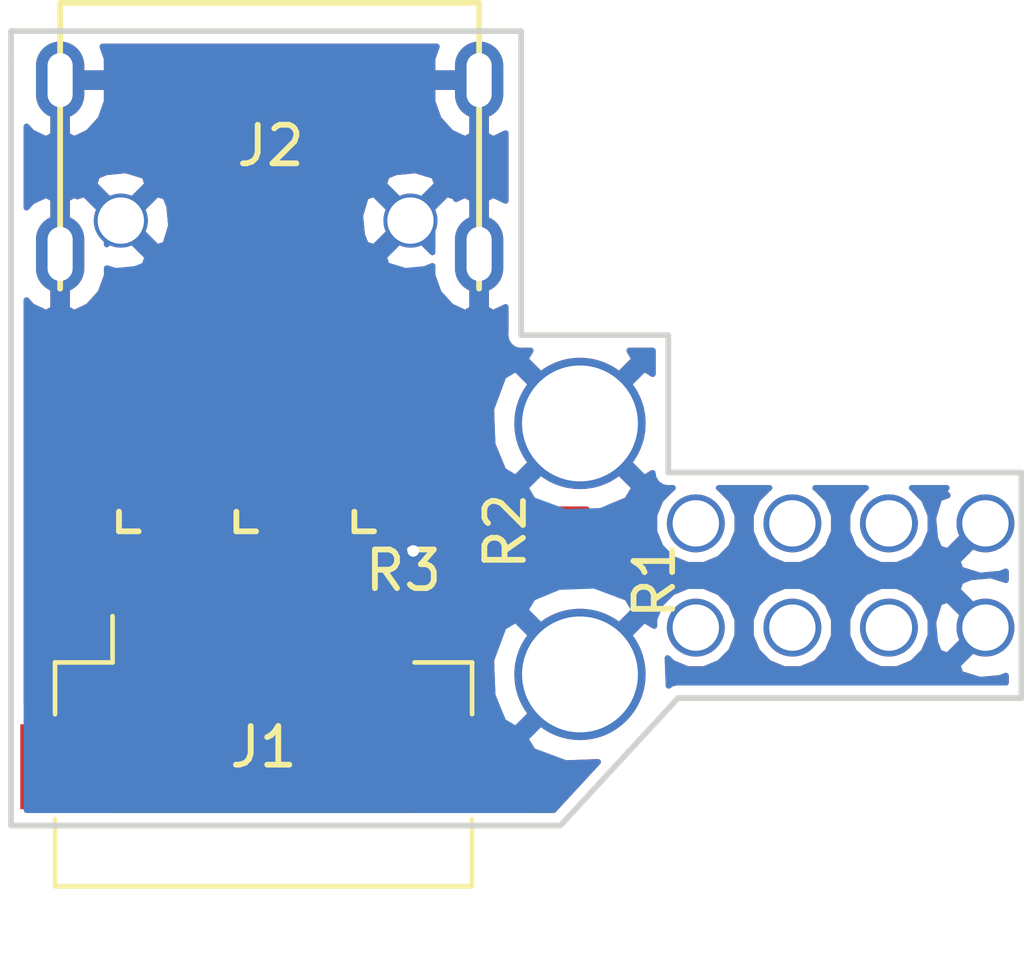
<source format=kicad_pcb>
(kicad_pcb (version 20171130) (host pcbnew "(5.0.1)-4")

  (general
    (thickness 1.6)
    (drawings 11)
    (tracks 158)
    (zones 0)
    (modules 9)
    (nets 25)
  )

  (page A4)
  (layers
    (0 F.Cu signal)
    (31 B.Cu signal hide)
    (32 B.Adhes user)
    (33 F.Adhes user hide)
    (34 B.Paste user)
    (35 F.Paste user)
    (36 B.SilkS user)
    (37 F.SilkS user)
    (38 B.Mask user)
    (39 F.Mask user)
    (40 Dwgs.User user)
    (41 Cmts.User user)
    (42 Eco1.User user)
    (43 Eco2.User user)
    (44 Edge.Cuts user)
    (45 Margin user)
    (46 B.CrtYd user)
    (47 F.CrtYd user)
    (48 B.Fab user)
    (49 F.Fab user)
  )

  (setup
    (last_trace_width 0.25)
    (trace_clearance 0.2)
    (zone_clearance 0.25)
    (zone_45_only no)
    (trace_min 0.15)
    (segment_width 0.2)
    (edge_width 0.15)
    (via_size 0.8)
    (via_drill 0.4)
    (via_min_size 0.4)
    (via_min_drill 0.3)
    (uvia_size 0.3)
    (uvia_drill 0.1)
    (uvias_allowed no)
    (uvia_min_size 0.2)
    (uvia_min_drill 0.1)
    (pcb_text_width 0.3)
    (pcb_text_size 1.5 1.5)
    (mod_edge_width 0.15)
    (mod_text_size 1 1)
    (mod_text_width 0.15)
    (pad_size 1.524 1.524)
    (pad_drill 0.762)
    (pad_to_mask_clearance 0.051)
    (solder_mask_min_width 0.25)
    (aux_axis_origin 0 0)
    (visible_elements 7FFFFFFF)
    (pcbplotparams
      (layerselection 0x010fc_ffffffff)
      (usegerberextensions true)
      (usegerberattributes false)
      (usegerberadvancedattributes false)
      (creategerberjobfile false)
      (excludeedgelayer true)
      (linewidth 0.100000)
      (plotframeref false)
      (viasonmask false)
      (mode 1)
      (useauxorigin false)
      (hpglpennumber 1)
      (hpglpenspeed 20)
      (hpglpendiameter 15.000000)
      (psnegative false)
      (psa4output false)
      (plotreference true)
      (plotvalue true)
      (plotinvisibletext false)
      (padsonsilk false)
      (subtractmaskfromsilk false)
      (outputformat 1)
      (mirror false)
      (drillshape 0)
      (scaleselection 1)
      (outputdirectory "../../gerber/hdmi/"))
  )

  (net 0 "")
  (net 1 GND)
  (net 2 TMDS_DATA2_+)
  (net 3 TMDS_DATA2_-)
  (net 4 TMDS_DATA1_+)
  (net 5 TMDS_DATA1_-)
  (net 6 TMDS_DATA0_+)
  (net 7 TMDS_DATA0_-)
  (net 8 TMDS_CLOCK_+)
  (net 9 TMDS_CLOCK_-)
  (net 10 +5V)
  (net 11 SDA)
  (net 12 "Net-(J2-Pad17)")
  (net 13 "Net-(J2-Pad19)")
  (net 14 "Net-(J2-Pad14)")
  (net 15 SCL)
  (net 16 "Net-(J3-Pad4)")
  (net 17 "Net-(J3-Pad6)")
  (net 18 "Net-(J3-Pad5)")
  (net 19 "Net-(J3-Pad3)")
  (net 20 "Net-(U3-Pad5)")
  (net 21 "Net-(U3-Pad6)")
  (net 22 "Net-(J3-Pad2)")
  (net 23 "Net-(J3-Pad1)")
  (net 24 POWER_EDID)

  (net_class Default "Dies ist die voreingestellte Netzklasse."
    (clearance 0.2)
    (trace_width 0.25)
    (via_dia 0.8)
    (via_drill 0.4)
    (uvia_dia 0.3)
    (uvia_drill 0.1)
    (add_net +5V)
    (add_net GND)
  )

  (net_class Small ""
    (clearance 0.2)
    (trace_width 0.15)
    (via_dia 0.6)
    (via_drill 0.3)
    (uvia_dia 0.3)
    (uvia_drill 0.1)
    (add_net "Net-(J2-Pad14)")
    (add_net "Net-(J2-Pad17)")
    (add_net "Net-(J2-Pad19)")
    (add_net "Net-(J3-Pad1)")
    (add_net "Net-(J3-Pad2)")
    (add_net "Net-(J3-Pad3)")
    (add_net "Net-(J3-Pad4)")
    (add_net "Net-(J3-Pad5)")
    (add_net "Net-(J3-Pad6)")
    (add_net "Net-(U3-Pad5)")
    (add_net "Net-(U3-Pad6)")
    (add_net POWER_EDID)
    (add_net SCL)
    (add_net SDA)
    (add_net TMDS_CLOCK_+)
    (add_net TMDS_CLOCK_-)
    (add_net TMDS_DATA0_+)
    (add_net TMDS_DATA0_-)
    (add_net TMDS_DATA1_+)
    (add_net TMDS_DATA1_-)
    (add_net TMDS_DATA2_+)
    (add_net TMDS_DATA2_-)
  )

  (module Connector_FFC-FPC:Hirose_FH12-15S-0.5SH_1x15-1MP_P0.50mm_Horizontal (layer F.Cu) (tedit 5AEE0F8A) (tstamp 5C80B0D0)
    (at 135.062 70.228)
    (descr "Molex FH12, FFC/FPC connector, FH12-15S-0.5SH, 15 Pins per row (https://www.hirose.com/product/en/products/FH12/FH12-24S-0.5SH(55)/), generated with kicad-footprint-generator")
    (tags "connector Hirose  top entry")
    (path /5C317D67)
    (attr smd)
    (fp_text reference J1 (at 0 0.892) (layer F.SilkS)
      (effects (font (size 1 1) (thickness 0.15)))
    )
    (fp_text value HDMI_FFC (at 0 5.6) (layer F.Fab)
      (effects (font (size 1 1) (thickness 0.15)))
    )
    (fp_text user %R (at 0 3.7) (layer F.Fab)
      (effects (font (size 1 1) (thickness 0.15)))
    )
    (fp_line (start 6.8 -3) (end -6.8 -3) (layer F.CrtYd) (width 0.05))
    (fp_line (start 6.8 4.9) (end 6.8 -3) (layer F.CrtYd) (width 0.05))
    (fp_line (start -6.8 4.9) (end 6.8 4.9) (layer F.CrtYd) (width 0.05))
    (fp_line (start -6.8 -3) (end -6.8 4.9) (layer F.CrtYd) (width 0.05))
    (fp_line (start -3.5 -0.492893) (end -3 -1.2) (layer F.Fab) (width 0.1))
    (fp_line (start -4 -1.2) (end -3.5 -0.492893) (layer F.Fab) (width 0.1))
    (fp_line (start -3.91 -1.3) (end -3.91 -2.5) (layer F.SilkS) (width 0.12))
    (fp_line (start 5.4 4.5) (end 5.4 2.76) (layer F.SilkS) (width 0.12))
    (fp_line (start -5.4 4.5) (end 5.4 4.5) (layer F.SilkS) (width 0.12))
    (fp_line (start -5.4 2.76) (end -5.4 4.5) (layer F.SilkS) (width 0.12))
    (fp_line (start 5.4 -1.3) (end 5.4 0.04) (layer F.SilkS) (width 0.12))
    (fp_line (start 3.91 -1.3) (end 5.4 -1.3) (layer F.SilkS) (width 0.12))
    (fp_line (start -5.4 -1.3) (end -5.4 0.04) (layer F.SilkS) (width 0.12))
    (fp_line (start -3.91 -1.3) (end -5.4 -1.3) (layer F.SilkS) (width 0.12))
    (fp_line (start 5.2 4.4) (end 0 4.4) (layer F.Fab) (width 0.1))
    (fp_line (start 5.2 3.7) (end 5.2 4.4) (layer F.Fab) (width 0.1))
    (fp_line (start 4.7 3.7) (end 5.2 3.7) (layer F.Fab) (width 0.1))
    (fp_line (start 4.7 3.4) (end 4.7 3.7) (layer F.Fab) (width 0.1))
    (fp_line (start 5.3 3.4) (end 4.7 3.4) (layer F.Fab) (width 0.1))
    (fp_line (start 5.3 -1.2) (end 5.3 3.4) (layer F.Fab) (width 0.1))
    (fp_line (start 0 -1.2) (end 5.3 -1.2) (layer F.Fab) (width 0.1))
    (fp_line (start -5.2 4.4) (end 0 4.4) (layer F.Fab) (width 0.1))
    (fp_line (start -5.2 3.7) (end -5.2 4.4) (layer F.Fab) (width 0.1))
    (fp_line (start -4.7 3.7) (end -5.2 3.7) (layer F.Fab) (width 0.1))
    (fp_line (start -4.7 3.4) (end -4.7 3.7) (layer F.Fab) (width 0.1))
    (fp_line (start -5.3 3.4) (end -4.7 3.4) (layer F.Fab) (width 0.1))
    (fp_line (start -5.3 -1.2) (end -5.3 3.4) (layer F.Fab) (width 0.1))
    (fp_line (start 0 -1.2) (end -5.3 -1.2) (layer F.Fab) (width 0.1))
    (pad 15 smd rect (at 3.5 -1.85) (size 0.3 1.3) (layers F.Cu F.Paste F.Mask)
      (net 1 GND))
    (pad 14 smd rect (at 3 -1.85) (size 0.3 1.3) (layers F.Cu F.Paste F.Mask)
      (net 10 +5V))
    (pad 13 smd rect (at 2.5 -1.85) (size 0.3 1.3) (layers F.Cu F.Paste F.Mask)
      (net 1 GND))
    (pad 12 smd rect (at 2 -1.85) (size 0.3 1.3) (layers F.Cu F.Paste F.Mask)
      (net 9 TMDS_CLOCK_-))
    (pad 11 smd rect (at 1.5 -1.85) (size 0.3 1.3) (layers F.Cu F.Paste F.Mask)
      (net 8 TMDS_CLOCK_+))
    (pad 10 smd rect (at 1 -1.85) (size 0.3 1.3) (layers F.Cu F.Paste F.Mask)
      (net 1 GND))
    (pad 9 smd rect (at 0.5 -1.85) (size 0.3 1.3) (layers F.Cu F.Paste F.Mask)
      (net 7 TMDS_DATA0_-))
    (pad 8 smd rect (at 0 -1.85) (size 0.3 1.3) (layers F.Cu F.Paste F.Mask)
      (net 6 TMDS_DATA0_+))
    (pad 7 smd rect (at -0.5 -1.85) (size 0.3 1.3) (layers F.Cu F.Paste F.Mask)
      (net 1 GND))
    (pad 6 smd rect (at -1 -1.85) (size 0.3 1.3) (layers F.Cu F.Paste F.Mask)
      (net 5 TMDS_DATA1_-))
    (pad 5 smd rect (at -1.5 -1.85) (size 0.3 1.3) (layers F.Cu F.Paste F.Mask)
      (net 4 TMDS_DATA1_+))
    (pad 4 smd rect (at -2 -1.85) (size 0.3 1.3) (layers F.Cu F.Paste F.Mask)
      (net 1 GND))
    (pad 3 smd rect (at -2.5 -1.85) (size 0.3 1.3) (layers F.Cu F.Paste F.Mask)
      (net 3 TMDS_DATA2_-))
    (pad 2 smd rect (at -3 -1.85) (size 0.3 1.3) (layers F.Cu F.Paste F.Mask)
      (net 2 TMDS_DATA2_+))
    (pad 1 smd rect (at -3.5 -1.85) (size 0.3 1.3) (layers F.Cu F.Paste F.Mask)
      (net 1 GND))
    (pad MP smd rect (at -5.4 1.4) (size 1.8 2.2) (layers F.Cu F.Paste F.Mask)
      (net 1 GND))
    (pad MP smd rect (at 5.4 1.4) (size 1.8 2.2) (layers F.Cu F.Paste F.Mask)
      (net 1 GND))
    (model ${KISYS3DMOD}/Connector_FFC-FPC.3dshapes/Hirose_FH12-15S-0.5SH_1x15-1MP_P0.50mm_Horizontal.wrl
      (at (xyz 0 0 0))
      (scale (xyz 1 1 1))
      (rotate (xyz 0 0 0))
    )
  )

  (module "wiihdmi_pcb:HDMI Type C" (layer F.Cu) (tedit 5C4D6AD5) (tstamp 5C4D77A4)
    (at 135.244 55.548 180)
    (path /5C27CDB9)
    (fp_text reference J2 (at 0 0 180) (layer F.SilkS)
      (effects (font (size 1 1) (thickness 0.15)))
    )
    (fp_text value HDMI_C_1.3 (at 0 -6.5 180) (layer F.Fab)
      (effects (font (size 1 1) (thickness 0.15)))
    )
    (fp_line (start -5.4 3.7) (end 5.45 3.7) (layer F.SilkS) (width 0.15))
    (fp_line (start -5.4 3.7) (end -5.4 -3.7) (layer F.SilkS) (width 0.15))
    (fp_line (start 5.45 3.7) (end 5.45 -3.7) (layer F.SilkS) (width 0.15))
    (pad 16 smd rect (at -2.375 -3.994 180) (size 0.23 1.4) (layers F.Cu F.Paste F.Mask)
      (net 11 SDA))
    (pad 17 smd rect (at -2.775 -3.994 180) (size 0.23 1.4) (layers F.Cu F.Paste F.Mask)
      (net 12 "Net-(J2-Pad17)"))
    (pad 18 smd rect (at -3.175 -3.994 180) (size 0.23 1.4) (layers F.Cu F.Paste F.Mask)
      (net 24 POWER_EDID))
    (pad 19 smd rect (at -3.575 -3.994 180) (size 0.23 1.4) (layers F.Cu F.Paste F.Mask)
      (net 13 "Net-(J2-Pad19)"))
    (pad SH thru_hole circle (at 3.878 -1.938 180) (size 1.4 1.4) (drill 1.2) (layers *.Cu *.Mask)
      (net 1 GND))
    (pad SH thru_hole circle (at -3.622 -1.938 180) (size 1.4 1.4) (drill 1.2) (layers *.Cu *.Mask)
      (net 1 GND))
    (pad SH thru_hole oval (at 5.45 1.7 180) (size 1.25 2) (drill oval 0.65 1.4) (layers *.Cu *.Mask)
      (net 1 GND))
    (pad SH thru_hole oval (at -5.4 1.7 180) (size 1.25 2) (drill oval 0.65 1.4) (layers *.Cu *.Mask)
      (net 1 GND))
    (pad SH thru_hole oval (at 5.45 -2.8 180) (size 1.25 2) (drill oval 0.65 1.4) (layers *.Cu *.Mask)
      (net 1 GND))
    (pad SH thru_hole oval (at -5.4 -2.8 180) (size 1.25 2) (drill oval 0.65 1.4) (layers *.Cu *.Mask)
      (net 1 GND))
    (pad 12 smd rect (at -0.775 -3.994 180) (size 0.23 1.4) (layers F.Cu F.Paste F.Mask)
      (net 9 TMDS_CLOCK_-))
    (pad 14 smd rect (at -1.575 -3.994 180) (size 0.23 1.4) (layers F.Cu F.Paste F.Mask)
      (net 14 "Net-(J2-Pad14)"))
    (pad 15 smd rect (at -1.975 -3.994 180) (size 0.23 1.4) (layers F.Cu F.Paste F.Mask)
      (net 15 SCL))
    (pad 13 smd rect (at -1.175 -3.994 180) (size 0.23 1.4) (layers F.Cu F.Paste F.Mask)
      (net 1 GND))
    (pad 6 smd rect (at 1.625 -3.994 180) (size 0.23 1.4) (layers F.Cu F.Paste F.Mask)
      (net 5 TMDS_DATA1_-))
    (pad 4 smd rect (at 2.425 -3.994 180) (size 0.23 1.4) (layers F.Cu F.Paste F.Mask)
      (net 1 GND))
    (pad 9 smd rect (at 0.425 -3.994 180) (size 0.23 1.4) (layers F.Cu F.Paste F.Mask)
      (net 7 TMDS_DATA0_-))
    (pad 10 smd rect (at 0.025 -3.994 180) (size 0.23 1.4) (layers F.Cu F.Paste F.Mask)
      (net 1 GND))
    (pad 11 smd rect (at -0.375 -3.994 180) (size 0.23 1.4) (layers F.Cu F.Paste F.Mask)
      (net 8 TMDS_CLOCK_+))
    (pad 5 smd rect (at 2.025 -3.994 180) (size 0.23 1.4) (layers F.Cu F.Paste F.Mask)
      (net 4 TMDS_DATA1_+))
    (pad 8 smd rect (at 0.825 -3.994 180) (size 0.23 1.4) (layers F.Cu F.Paste F.Mask)
      (net 6 TMDS_DATA0_+))
    (pad 7 smd rect (at 1.225 -3.994 180) (size 0.23 1.4) (layers F.Cu F.Paste F.Mask)
      (net 1 GND))
    (pad 2 smd rect (at 3.225 -3.994 180) (size 0.23 1.4) (layers F.Cu F.Paste F.Mask)
      (net 2 TMDS_DATA2_+))
    (pad 3 smd rect (at 2.825 -3.994 180) (size 0.23 1.4) (layers F.Cu F.Paste F.Mask)
      (net 3 TMDS_DATA2_-))
    (pad 1 smd rect (at 3.625 -3.994 180) (size 0.23 1.4) (layers F.Cu F.Paste F.Mask)
      (net 1 GND))
  )

  (module "wiihdmi_pcb:Wii USB Port" (layer F.Cu) (tedit 5C4D6993) (tstamp 5C80B022)
    (at 148.844 66.802)
    (path /5C2920DD)
    (fp_text reference J3 (at 0 -8.128) (layer F.SilkS) hide
      (effects (font (size 1 1) (thickness 0.15)))
    )
    (fp_text value "Wii USB Pins" (at 0 6.35) (layer F.Fab) hide
      (effects (font (size 1 1) (thickness 0.15)))
    )
    (pad 3 thru_hole circle (at -0.088 -1.476) (size 1.5 1.5) (drill 1.2) (layers *.Cu *.Mask)
      (net 19 "Net-(J3-Pad3)"))
    (pad 7 thru_hole circle (at 4.912 -1.476) (size 1.5 1.5) (drill 1.2) (layers *.Cu *.Mask)
      (net 1 GND))
    (pad 5 thru_hole circle (at 2.412 -1.476) (size 1.5 1.5) (drill 1.2) (layers *.Cu *.Mask)
      (net 18 "Net-(J3-Pad5)"))
    (pad 1 thru_hole circle (at -2.588 -1.476) (size 1.5 1.5) (drill 1.2) (layers *.Cu *.Mask)
      (net 23 "Net-(J3-Pad1)"))
    (pad 8 thru_hole circle (at 4.912 1.224) (size 1.5 1.5) (drill 1.2) (layers *.Cu *.Mask)
      (net 1 GND))
    (pad 6 thru_hole circle (at 2.412 1.224) (size 1.5 1.5) (drill 1.2) (layers *.Cu *.Mask)
      (net 17 "Net-(J3-Pad6)"))
    (pad 4 thru_hole circle (at -0.088 1.224) (size 1.5 1.5) (drill 1.2) (layers *.Cu *.Mask)
      (net 16 "Net-(J3-Pad4)"))
    (pad 2 thru_hole circle (at -2.588 1.224) (size 1.5 1.5) (drill 1.2) (layers *.Cu *.Mask)
      (net 22 "Net-(J3-Pad2)"))
    (pad 10 thru_hole circle (at -5.588 2.436) (size 3.4 3.4) (drill 3) (layers *.Cu *.Mask)
      (net 1 GND))
    (pad 9 thru_hole circle (at -5.588 -4.064) (size 3.4 3.4) (drill 3) (layers *.Cu *.Mask)
      (net 1 GND))
  )

  (module "wiihdmi_pcb:TPD4S010 DQA" (layer F.Cu) (tedit 5C2883BD) (tstamp 5C5C31FE)
    (at 132.588 64.77)
    (path /5C27F12A)
    (fp_text reference U1 (at 0 -5.08) (layer F.SilkS) hide
      (effects (font (size 1 1) (thickness 0.15)))
    )
    (fp_text value TPD4S010 (at 0 6.35) (layer F.Fab)
      (effects (font (size 1 1) (thickness 0.15)))
    )
    (fp_line (start -1.27 0.254) (end -1.27 0.762) (layer F.SilkS) (width 0.15))
    (fp_line (start -1.27 0.762) (end -0.762 0.762) (layer F.SilkS) (width 0.15))
    (pad 2 smd rect (at -0.5 0.385) (size 0.3 0.55) (layers F.Cu F.Paste F.Mask)
      (net 3 TMDS_DATA2_-))
    (pad 1 smd rect (at -1 0.385) (size 0.3 0.55) (layers F.Cu F.Paste F.Mask)
      (net 2 TMDS_DATA2_+))
    (pad 10 smd rect (at -1 -0.385) (size 0.3 0.55) (layers F.Cu F.Paste F.Mask)
      (net 2 TMDS_DATA2_+))
    (pad 9 smd rect (at -0.5 -0.385) (size 0.3 0.55) (layers F.Cu F.Paste F.Mask)
      (net 3 TMDS_DATA2_-))
    (pad 4 smd rect (at 0.5 0.385) (size 0.3 0.55) (layers F.Cu F.Paste F.Mask)
      (net 4 TMDS_DATA1_+))
    (pad 5 smd rect (at 1 0.385) (size 0.3 0.55) (layers F.Cu F.Paste F.Mask)
      (net 5 TMDS_DATA1_-))
    (pad 6 smd rect (at 1 -0.385) (size 0.3 0.55) (layers F.Cu F.Paste F.Mask)
      (net 5 TMDS_DATA1_-))
    (pad 7 smd rect (at 0.5 -0.385) (size 0.3 0.55) (layers F.Cu F.Paste F.Mask)
      (net 4 TMDS_DATA1_+))
    (pad 8 smd rect (at 0 -0.385) (size 0.4 0.55) (layers F.Cu F.Paste F.Mask)
      (net 1 GND))
    (pad 3 smd rect (at 0 0.385) (size 0.4 0.55) (layers F.Cu F.Paste F.Mask)
      (net 1 GND))
  )

  (module "wiihdmi_pcb:TPD4S010 DQA" (layer F.Cu) (tedit 5C2883BD) (tstamp 5C5C320E)
    (at 135.628 64.77)
    (path /5C27F1FA)
    (fp_text reference U2 (at 0 -5.08) (layer F.SilkS) hide
      (effects (font (size 1 1) (thickness 0.15)))
    )
    (fp_text value TPD4S010 (at 0 6.35) (layer F.Fab)
      (effects (font (size 1 1) (thickness 0.15)))
    )
    (fp_line (start -1.27 0.254) (end -1.27 0.762) (layer F.SilkS) (width 0.15))
    (fp_line (start -1.27 0.762) (end -0.762 0.762) (layer F.SilkS) (width 0.15))
    (pad 2 smd rect (at -0.5 0.385) (size 0.3 0.55) (layers F.Cu F.Paste F.Mask)
      (net 7 TMDS_DATA0_-))
    (pad 1 smd rect (at -1 0.385) (size 0.3 0.55) (layers F.Cu F.Paste F.Mask)
      (net 6 TMDS_DATA0_+))
    (pad 10 smd rect (at -1 -0.385) (size 0.3 0.55) (layers F.Cu F.Paste F.Mask)
      (net 6 TMDS_DATA0_+))
    (pad 9 smd rect (at -0.5 -0.385) (size 0.3 0.55) (layers F.Cu F.Paste F.Mask)
      (net 7 TMDS_DATA0_-))
    (pad 4 smd rect (at 0.5 0.385) (size 0.3 0.55) (layers F.Cu F.Paste F.Mask)
      (net 8 TMDS_CLOCK_+))
    (pad 5 smd rect (at 1 0.385) (size 0.3 0.55) (layers F.Cu F.Paste F.Mask)
      (net 9 TMDS_CLOCK_-))
    (pad 6 smd rect (at 1 -0.385) (size 0.3 0.55) (layers F.Cu F.Paste F.Mask)
      (net 9 TMDS_CLOCK_-))
    (pad 7 smd rect (at 0.5 -0.385) (size 0.3 0.55) (layers F.Cu F.Paste F.Mask)
      (net 8 TMDS_CLOCK_+))
    (pad 8 smd rect (at 0 -0.385) (size 0.4 0.55) (layers F.Cu F.Paste F.Mask)
      (net 1 GND))
    (pad 3 smd rect (at 0 0.385) (size 0.4 0.55) (layers F.Cu F.Paste F.Mask)
      (net 1 GND))
  )

  (module "wiihdmi_pcb:TPD4S010 DQA" (layer F.Cu) (tedit 5C2883BD) (tstamp 5C5E9618)
    (at 138.684 64.77)
    (path /5C27F228)
    (fp_text reference U3 (at 0 -5.08) (layer F.SilkS) hide
      (effects (font (size 1 1) (thickness 0.15)))
    )
    (fp_text value TPD4S010 (at 0 6.35) (layer F.Fab)
      (effects (font (size 1 1) (thickness 0.15)))
    )
    (fp_line (start -1.27 0.254) (end -1.27 0.762) (layer F.SilkS) (width 0.15))
    (fp_line (start -1.27 0.762) (end -0.762 0.762) (layer F.SilkS) (width 0.15))
    (pad 2 smd rect (at -0.5 0.385) (size 0.3 0.55) (layers F.Cu F.Paste F.Mask)
      (net 11 SDA))
    (pad 1 smd rect (at -1 0.385) (size 0.3 0.55) (layers F.Cu F.Paste F.Mask)
      (net 15 SCL))
    (pad 10 smd rect (at -1 -0.385) (size 0.3 0.55) (layers F.Cu F.Paste F.Mask)
      (net 15 SCL))
    (pad 9 smd rect (at -0.5 -0.385) (size 0.3 0.55) (layers F.Cu F.Paste F.Mask)
      (net 11 SDA))
    (pad 4 smd rect (at 0.5 0.385) (size 0.3 0.55) (layers F.Cu F.Paste F.Mask)
      (net 24 POWER_EDID))
    (pad 5 smd rect (at 1 0.385) (size 0.3 0.55) (layers F.Cu F.Paste F.Mask)
      (net 20 "Net-(U3-Pad5)"))
    (pad 6 smd rect (at 1 -0.385) (size 0.3 0.55) (layers F.Cu F.Paste F.Mask)
      (net 21 "Net-(U3-Pad6)"))
    (pad 7 smd rect (at 0.5 -0.385) (size 0.3 0.55) (layers F.Cu F.Paste F.Mask)
      (net 24 POWER_EDID))
    (pad 8 smd rect (at 0 -0.385) (size 0.4 0.55) (layers F.Cu F.Paste F.Mask)
      (net 1 GND))
    (pad 3 smd rect (at 0 0.385) (size 0.4 0.55) (layers F.Cu F.Paste F.Mask)
      (net 1 GND))
  )

  (module Resistor_SMD:R_0402_1005Metric (layer F.Cu) (tedit 5B301BBD) (tstamp 5C6B994B)
    (at 144.018 66.04 270)
    (descr "Resistor SMD 0402 (1005 Metric), square (rectangular) end terminal, IPC_7351 nominal, (Body size source: http://www.tortai-tech.com/upload/download/2011102023233369053.pdf), generated with kicad-footprint-generator")
    (tags resistor)
    (path /5C27C92A)
    (attr smd)
    (fp_text reference R1 (at 0.762 -1.17 270) (layer F.SilkS)
      (effects (font (size 1 1) (thickness 0.15)))
    )
    (fp_text value 180 (at 0 1.17 270) (layer F.Fab)
      (effects (font (size 1 1) (thickness 0.15)))
    )
    (fp_text user %R (at 0 0 270) (layer F.Fab)
      (effects (font (size 0.25 0.25) (thickness 0.04)))
    )
    (fp_line (start 0.93 0.47) (end -0.93 0.47) (layer F.CrtYd) (width 0.05))
    (fp_line (start 0.93 -0.47) (end 0.93 0.47) (layer F.CrtYd) (width 0.05))
    (fp_line (start -0.93 -0.47) (end 0.93 -0.47) (layer F.CrtYd) (width 0.05))
    (fp_line (start -0.93 0.47) (end -0.93 -0.47) (layer F.CrtYd) (width 0.05))
    (fp_line (start 0.5 0.25) (end -0.5 0.25) (layer F.Fab) (width 0.1))
    (fp_line (start 0.5 -0.25) (end 0.5 0.25) (layer F.Fab) (width 0.1))
    (fp_line (start -0.5 -0.25) (end 0.5 -0.25) (layer F.Fab) (width 0.1))
    (fp_line (start -0.5 0.25) (end -0.5 -0.25) (layer F.Fab) (width 0.1))
    (pad 2 smd roundrect (at 0.485 0 270) (size 0.59 0.64) (layers F.Cu F.Paste F.Mask) (roundrect_rratio 0.25)
      (net 10 +5V))
    (pad 1 smd roundrect (at -0.485 0 270) (size 0.59 0.64) (layers F.Cu F.Paste F.Mask) (roundrect_rratio 0.25)
      (net 24 POWER_EDID))
    (model ${KISYS3DMOD}/Resistor_SMD.3dshapes/R_0402_1005Metric.wrl
      (at (xyz 0 0 0))
      (scale (xyz 1 1 1))
      (rotate (xyz 0 0 0))
    )
  )

  (module Resistor_SMD:R_0402_1005Metric (layer F.Cu) (tedit 5B301BBD) (tstamp 5C6B9959)
    (at 142.494 66.017 90)
    (descr "Resistor SMD 0402 (1005 Metric), square (rectangular) end terminal, IPC_7351 nominal, (Body size source: http://www.tortai-tech.com/upload/download/2011102023233369053.pdf), generated with kicad-footprint-generator")
    (tags resistor)
    (path /5C27CA20)
    (attr smd)
    (fp_text reference R2 (at 0.485 -1.17 90) (layer F.SilkS)
      (effects (font (size 1 1) (thickness 0.15)))
    )
    (fp_text value 10K (at 0 1.17 90) (layer F.Fab)
      (effects (font (size 1 1) (thickness 0.15)))
    )
    (fp_text user %R (at 0 0 90) (layer F.Fab)
      (effects (font (size 0.25 0.25) (thickness 0.04)))
    )
    (fp_line (start 0.93 0.47) (end -0.93 0.47) (layer F.CrtYd) (width 0.05))
    (fp_line (start 0.93 -0.47) (end 0.93 0.47) (layer F.CrtYd) (width 0.05))
    (fp_line (start -0.93 -0.47) (end 0.93 -0.47) (layer F.CrtYd) (width 0.05))
    (fp_line (start -0.93 0.47) (end -0.93 -0.47) (layer F.CrtYd) (width 0.05))
    (fp_line (start 0.5 0.25) (end -0.5 0.25) (layer F.Fab) (width 0.1))
    (fp_line (start 0.5 -0.25) (end 0.5 0.25) (layer F.Fab) (width 0.1))
    (fp_line (start -0.5 -0.25) (end 0.5 -0.25) (layer F.Fab) (width 0.1))
    (fp_line (start -0.5 0.25) (end -0.5 -0.25) (layer F.Fab) (width 0.1))
    (pad 2 smd roundrect (at 0.485 0 90) (size 0.59 0.64) (layers F.Cu F.Paste F.Mask) (roundrect_rratio 0.25)
      (net 11 SDA))
    (pad 1 smd roundrect (at -0.485 0 90) (size 0.59 0.64) (layers F.Cu F.Paste F.Mask) (roundrect_rratio 0.25)
      (net 10 +5V))
    (model ${KISYS3DMOD}/Resistor_SMD.3dshapes/R_0402_1005Metric.wrl
      (at (xyz 0 0 0))
      (scale (xyz 1 1 1))
      (rotate (xyz 0 0 0))
    )
  )

  (module Resistor_SMD:R_0402_1005Metric (layer F.Cu) (tedit 5B301BBD) (tstamp 5C6B9967)
    (at 140.693 67.056)
    (descr "Resistor SMD 0402 (1005 Metric), square (rectangular) end terminal, IPC_7351 nominal, (Body size source: http://www.tortai-tech.com/upload/download/2011102023233369053.pdf), generated with kicad-footprint-generator")
    (tags resistor)
    (path /5C27C9C8)
    (attr smd)
    (fp_text reference R3 (at -2.009 -0.508) (layer F.SilkS)
      (effects (font (size 1 1) (thickness 0.15)))
    )
    (fp_text value 10K (at 0 1.17) (layer F.Fab)
      (effects (font (size 1 1) (thickness 0.15)))
    )
    (fp_text user %R (at 0 0) (layer F.Fab)
      (effects (font (size 0.25 0.25) (thickness 0.04)))
    )
    (fp_line (start 0.93 0.47) (end -0.93 0.47) (layer F.CrtYd) (width 0.05))
    (fp_line (start 0.93 -0.47) (end 0.93 0.47) (layer F.CrtYd) (width 0.05))
    (fp_line (start -0.93 -0.47) (end 0.93 -0.47) (layer F.CrtYd) (width 0.05))
    (fp_line (start -0.93 0.47) (end -0.93 -0.47) (layer F.CrtYd) (width 0.05))
    (fp_line (start 0.5 0.25) (end -0.5 0.25) (layer F.Fab) (width 0.1))
    (fp_line (start 0.5 -0.25) (end 0.5 0.25) (layer F.Fab) (width 0.1))
    (fp_line (start -0.5 -0.25) (end 0.5 -0.25) (layer F.Fab) (width 0.1))
    (fp_line (start -0.5 0.25) (end -0.5 -0.25) (layer F.Fab) (width 0.1))
    (pad 2 smd roundrect (at 0.485 0) (size 0.59 0.64) (layers F.Cu F.Paste F.Mask) (roundrect_rratio 0.25)
      (net 10 +5V))
    (pad 1 smd roundrect (at -0.485 0) (size 0.59 0.64) (layers F.Cu F.Paste F.Mask) (roundrect_rratio 0.25)
      (net 15 SCL))
    (model ${KISYS3DMOD}/Resistor_SMD.3dshapes/R_0402_1005Metric.wrl
      (at (xyz 0 0 0))
      (scale (xyz 1 1 1))
      (rotate (xyz 0 0 0))
    )
  )

  (gr_line (start 128.524 52.578) (end 141.732 52.578) (layer Edge.Cuts) (width 0.15))
  (gr_line (start 128.524 53.34) (end 128.524 52.578) (layer Edge.Cuts) (width 0.15))
  (gr_line (start 128.524 73.152) (end 142.748 73.152) (layer Edge.Cuts) (width 0.15))
  (gr_line (start 128.524 73.152) (end 128.524 53.34) (layer Edge.Cuts) (width 0.15))
  (gr_line (start 145.796 69.85) (end 142.748 73.152) (layer Edge.Cuts) (width 0.15))
  (gr_line (start 154.686 69.85) (end 145.796 69.85) (layer Edge.Cuts) (width 0.15))
  (gr_line (start 154.686 64.008) (end 154.686 69.85) (layer Edge.Cuts) (width 0.15))
  (gr_line (start 145.542 64.008) (end 154.686 64.008) (layer Edge.Cuts) (width 0.15))
  (gr_line (start 145.542 60.452) (end 145.542 64.008) (layer Edge.Cuts) (width 0.15))
  (gr_line (start 141.732 60.452) (end 145.542 60.452) (layer Edge.Cuts) (width 0.15))
  (gr_line (start 141.732 52.578) (end 141.732 60.452) (layer Edge.Cuts) (width 0.15))

  (segment (start 135.628 64.385) (end 135.628 65.155) (width 0.15) (layer F.Cu) (net 1))
  (segment (start 132.588 64.385) (end 132.588 65.155) (width 0.15) (layer F.Cu) (net 1))
  (segment (start 138.684 64.385) (end 138.684 65.155) (width 0.15) (layer F.Cu) (net 1))
  (segment (start 132.588 65.585012) (end 133.096 66.093012) (width 0.15) (layer F.Cu) (net 1))
  (segment (start 132.588 65.155) (end 132.588 65.585012) (width 0.15) (layer F.Cu) (net 1))
  (segment (start 132.588 63.96) (end 132.588 64.385) (width 0.15) (layer F.Cu) (net 1))
  (segment (start 132.588 63.954988) (end 132.588 63.96) (width 0.15) (layer F.Cu) (net 1))
  (segment (start 132.819 63.723988) (end 132.588 63.954988) (width 0.15) (layer F.Cu) (net 1))
  (segment (start 132.819 60.282) (end 132.819 63.723988) (width 0.15) (layer F.Cu) (net 1))
  (segment (start 132.819 60.282) (end 132.819 58.951) (width 0.15) (layer F.Cu) (net 1))
  (segment (start 134.019 60.282) (end 134.019 59.089) (width 0.15) (layer F.Cu) (net 1))
  (segment (start 135.219 60.282) (end 135.219 59.019) (width 0.15) (layer F.Cu) (net 1))
  (segment (start 136.419 60.282) (end 136.419 58.949) (width 0.15) (layer F.Cu) (net 1))
  (segment (start 135.219 61.032) (end 135.219 60.282) (width 0.15) (layer F.Cu) (net 1))
  (segment (start 135.219 63.500986) (end 135.219 61.032) (width 0.15) (layer F.Cu) (net 1))
  (segment (start 135.628 63.909986) (end 135.219 63.500986) (width 0.15) (layer F.Cu) (net 1))
  (segment (start 135.628 64.385) (end 135.628 63.909986) (width 0.15) (layer F.Cu) (net 1))
  (segment (start 134.019 60.282) (end 134.019 65.216012) (width 0.15) (layer F.Cu) (net 1))
  (segment (start 134.019 65.521024) (end 134.62 66.122024) (width 0.15) (layer F.Cu) (net 1))
  (segment (start 134.019 65.216012) (end 134.019 65.521024) (width 0.15) (layer F.Cu) (net 1))
  (segment (start 135.628 65.590024) (end 136.144 66.106024) (width 0.15) (layer F.Cu) (net 1))
  (segment (start 135.628 65.155) (end 135.628 65.590024) (width 0.15) (layer F.Cu) (net 1))
  (segment (start 136.419 63.216022) (end 137.16 63.957022) (width 0.15) (layer F.Cu) (net 1))
  (segment (start 136.419 60.282) (end 136.419 63.216022) (width 0.15) (layer F.Cu) (net 1))
  (segment (start 137.16 63.957022) (end 137.16 65.278) (width 0.15) (layer F.Cu) (net 1))
  (segment (start 137.562 67.293002) (end 137.262018 66.99302) (width 0.15) (layer F.Cu) (net 1))
  (segment (start 137.562 68.378) (end 137.562 67.293002) (width 0.15) (layer F.Cu) (net 1))
  (segment (start 137.262018 66.99302) (end 137.262018 66.637006) (width 0.15) (layer F.Cu) (net 1))
  (segment (start 137.16 65.622024) (end 137.262018 65.724042) (width 0.15) (layer F.Cu) (net 1))
  (segment (start 137.16 65.278) (end 137.16 65.622024) (width 0.15) (layer F.Cu) (net 1))
  (segment (start 137.262018 65.724042) (end 137.262018 66.802) (width 0.15) (layer F.Cu) (net 1))
  (via (at 138.938 66.04) (size 0.6) (drill 0.3) (layers F.Cu B.Cu) (net 1))
  (segment (start 138.684 65.786) (end 138.684 65.155) (width 0.25) (layer F.Cu) (net 1))
  (segment (start 138.938 66.04) (end 138.684 65.786) (width 0.25) (layer F.Cu) (net 1))
  (segment (start 132.819 59.542) (end 132.819 58.189) (width 0.15) (layer F.Cu) (net 1))
  (segment (start 134.019 59.542) (end 134.019 58.259) (width 0.15) (layer F.Cu) (net 1))
  (segment (start 135.219 59.542) (end 135.219 58.329) (width 0.15) (layer F.Cu) (net 1))
  (segment (start 136.419 59.542) (end 136.419 58.399) (width 0.15) (layer F.Cu) (net 1))
  (segment (start 132.019 61.032) (end 132.019 60.282) (width 0.15) (layer F.Cu) (net 2))
  (segment (start 132.019 63.529) (end 132.019 61.032) (width 0.15) (layer F.Cu) (net 2))
  (segment (start 131.588 63.96) (end 132.019 63.529) (width 0.15) (layer F.Cu) (net 2))
  (segment (start 131.588 64.385) (end 131.588 63.96) (width 0.15) (layer F.Cu) (net 2))
  (segment (start 132.062 67.578) (end 132.062 68.378) (width 0.15) (layer F.Cu) (net 2))
  (segment (start 132.062 66.054) (end 132.062 67.578) (width 0.15) (layer F.Cu) (net 2))
  (segment (start 131.588 65.58) (end 132.062 66.054) (width 0.15) (layer F.Cu) (net 2))
  (segment (start 131.588 65.155) (end 131.588 65.58) (width 0.15) (layer F.Cu) (net 2))
  (segment (start 131.588 64.385) (end 131.588 65.155) (width 0.15) (layer F.Cu) (net 2))
  (segment (start 132.419 61.032) (end 132.419 60.282) (width 0.15) (layer F.Cu) (net 3))
  (segment (start 132.419 63.629) (end 132.419 61.032) (width 0.15) (layer F.Cu) (net 3))
  (segment (start 132.088 63.96) (end 132.419 63.629) (width 0.15) (layer F.Cu) (net 3))
  (segment (start 132.088 64.385) (end 132.088 63.96) (width 0.15) (layer F.Cu) (net 3))
  (segment (start 132.562 67.578) (end 132.562 68.378) (width 0.15) (layer F.Cu) (net 3))
  (segment (start 132.562 66.054) (end 132.562 67.578) (width 0.15) (layer F.Cu) (net 3))
  (segment (start 132.088 65.58) (end 132.562 66.054) (width 0.15) (layer F.Cu) (net 3))
  (segment (start 132.088 65.155) (end 132.088 65.58) (width 0.15) (layer F.Cu) (net 3))
  (segment (start 132.088 64.385) (end 132.088 65.155) (width 0.15) (layer F.Cu) (net 3))
  (segment (start 133.219 61.032) (end 133.219 60.282) (width 0.15) (layer F.Cu) (net 4))
  (segment (start 133.219 63.829) (end 133.219 61.032) (width 0.15) (layer F.Cu) (net 4))
  (segment (start 133.088 63.96) (end 133.219 63.829) (width 0.15) (layer F.Cu) (net 4))
  (segment (start 133.088 64.385) (end 133.088 63.96) (width 0.15) (layer F.Cu) (net 4))
  (segment (start 133.562 67.578) (end 133.562 68.378) (width 0.15) (layer F.Cu) (net 4))
  (segment (start 133.562 66.054) (end 133.562 67.578) (width 0.15) (layer F.Cu) (net 4))
  (segment (start 133.088 65.58) (end 133.562 66.054) (width 0.15) (layer F.Cu) (net 4))
  (segment (start 133.088 65.155) (end 133.088 65.58) (width 0.15) (layer F.Cu) (net 4))
  (segment (start 133.088 64.385) (end 133.088 65.155) (width 0.15) (layer F.Cu) (net 4))
  (segment (start 133.619 64.354) (end 133.588 64.385) (width 0.15) (layer F.Cu) (net 5))
  (segment (start 133.619 60.282) (end 133.619 64.354) (width 0.15) (layer F.Cu) (net 5))
  (segment (start 133.588 65.155) (end 133.588 65.28) (width 0.15) (layer F.Cu) (net 5))
  (segment (start 133.588 64.385) (end 133.588 65.155) (width 0.15) (layer F.Cu) (net 5))
  (segment (start 134.062 67.578) (end 134.062 68.378) (width 0.15) (layer F.Cu) (net 5))
  (segment (start 134.062 66.059012) (end 134.062 67.578) (width 0.15) (layer F.Cu) (net 5))
  (segment (start 133.588 65.585012) (end 134.062 66.059012) (width 0.15) (layer F.Cu) (net 5))
  (segment (start 133.588 65.155) (end 133.588 65.585012) (width 0.15) (layer F.Cu) (net 5))
  (segment (start 134.419 61.032) (end 134.419 60.282) (width 0.15) (layer F.Cu) (net 6))
  (segment (start 134.419 63.751) (end 134.419 61.032) (width 0.15) (layer F.Cu) (net 6))
  (segment (start 134.628 63.96) (end 134.419 63.751) (width 0.15) (layer F.Cu) (net 6))
  (segment (start 134.628 64.385) (end 134.628 63.96) (width 0.15) (layer F.Cu) (net 6))
  (segment (start 135.062 67.578) (end 135.062 68.378) (width 0.15) (layer F.Cu) (net 6))
  (segment (start 135.062 66.014) (end 135.062 67.578) (width 0.15) (layer F.Cu) (net 6))
  (segment (start 134.628 65.58) (end 135.062 66.014) (width 0.15) (layer F.Cu) (net 6))
  (segment (start 134.628 65.155) (end 134.628 65.58) (width 0.15) (layer F.Cu) (net 6))
  (segment (start 134.628 64.385) (end 134.628 65.155) (width 0.15) (layer F.Cu) (net 6))
  (segment (start 135.128 63.964998) (end 135.128 64.385) (width 0.15) (layer F.Cu) (net 7))
  (segment (start 134.819 63.655998) (end 135.128 63.964998) (width 0.15) (layer F.Cu) (net 7))
  (segment (start 134.819 60.282) (end 134.819 63.655998) (width 0.15) (layer F.Cu) (net 7))
  (segment (start 135.562 67.578) (end 135.562 68.378) (width 0.15) (layer F.Cu) (net 7))
  (segment (start 135.562 66.019012) (end 135.562 67.578) (width 0.15) (layer F.Cu) (net 7))
  (segment (start 135.128 65.585012) (end 135.562 66.019012) (width 0.15) (layer F.Cu) (net 7))
  (segment (start 135.128 65.155) (end 135.128 65.585012) (width 0.15) (layer F.Cu) (net 7))
  (segment (start 135.128 64.385) (end 135.128 65.155) (width 0.15) (layer F.Cu) (net 7))
  (segment (start 136.128 63.96) (end 136.128 64.385) (width 0.15) (layer F.Cu) (net 8))
  (segment (start 136.128 63.914998) (end 136.128 63.96) (width 0.15) (layer F.Cu) (net 8))
  (segment (start 135.619 63.405998) (end 136.128 63.914998) (width 0.15) (layer F.Cu) (net 8))
  (segment (start 135.619 60.282) (end 135.619 63.405998) (width 0.15) (layer F.Cu) (net 8))
  (segment (start 136.562 67.578) (end 136.562 68.378) (width 0.15) (layer F.Cu) (net 8))
  (segment (start 136.562 66.014) (end 136.562 67.578) (width 0.15) (layer F.Cu) (net 8))
  (segment (start 136.128 65.58) (end 136.562 66.014) (width 0.15) (layer F.Cu) (net 8))
  (segment (start 136.128 65.155) (end 136.128 65.58) (width 0.15) (layer F.Cu) (net 8))
  (segment (start 136.128 64.385) (end 136.128 65.155) (width 0.15) (layer F.Cu) (net 8))
  (segment (start 136.628 63.96) (end 136.628 64.385) (width 0.15) (layer F.Cu) (net 9))
  (segment (start 136.628 63.92001) (end 136.628 63.96) (width 0.15) (layer F.Cu) (net 9))
  (segment (start 136.019 63.31101) (end 136.628 63.92001) (width 0.15) (layer F.Cu) (net 9))
  (segment (start 136.019 60.282) (end 136.019 63.31101) (width 0.15) (layer F.Cu) (net 9))
  (segment (start 137.062 67.578) (end 137.062 68.378) (width 0.15) (layer F.Cu) (net 9))
  (segment (start 137.062 67.466) (end 137.062 67.578) (width 0.15) (layer F.Cu) (net 9))
  (segment (start 136.912008 67.316008) (end 137.062 67.466) (width 0.15) (layer F.Cu) (net 9))
  (segment (start 136.912008 65.86902) (end 136.912008 67.316008) (width 0.15) (layer F.Cu) (net 9))
  (segment (start 136.628 65.585012) (end 136.912008 65.86902) (width 0.15) (layer F.Cu) (net 9))
  (segment (start 136.628 65.155) (end 136.628 65.585012) (width 0.15) (layer F.Cu) (net 9))
  (segment (start 136.628 64.385) (end 136.628 65.155) (width 0.15) (layer F.Cu) (net 9))
  (segment (start 138.137001 67.402999) (end 139.030999 67.402999) (width 0.25) (layer F.Cu) (net 10))
  (segment (start 138.062 68.378) (end 138.062 67.478) (width 0.25) (layer F.Cu) (net 10))
  (segment (start 138.062 67.478) (end 138.137001 67.402999) (width 0.25) (layer F.Cu) (net 10))
  (segment (start 141.178 67.476) (end 141.178 67.056) (width 0.25) (layer F.Cu) (net 10))
  (segment (start 140.95299 67.70101) (end 141.178 67.476) (width 0.25) (layer F.Cu) (net 10))
  (segment (start 139.32901 67.70101) (end 140.95299 67.70101) (width 0.25) (layer F.Cu) (net 10))
  (segment (start 139.030999 67.402999) (end 139.32901 67.70101) (width 0.25) (layer F.Cu) (net 10))
  (segment (start 141.266 66.548) (end 142.494 66.548) (width 0.25) (layer F.Cu) (net 10))
  (segment (start 141.178 67.056) (end 141.178 66.636) (width 0.25) (layer F.Cu) (net 10))
  (segment (start 141.178 66.636) (end 141.266 66.548) (width 0.25) (layer F.Cu) (net 10))
  (segment (start 142.494 66.525) (end 144.018 66.525) (width 0.25) (layer F.Cu) (net 10))
  (segment (start 138.176 65.163) (end 138.184 65.155) (width 0.15) (layer F.Cu) (net 11))
  (segment (start 137.619 61.032) (end 137.619 60.282) (width 0.15) (layer F.Cu) (net 11))
  (segment (start 137.619 63.197) (end 137.619 61.032) (width 0.15) (layer F.Cu) (net 11))
  (segment (start 138.184 63.762) (end 137.619 63.197) (width 0.15) (layer F.Cu) (net 11))
  (segment (start 138.184 64.385) (end 138.184 63.762) (width 0.15) (layer F.Cu) (net 11))
  (segment (start 138.184 64.385) (end 138.184 65.155) (width 0.15) (layer F.Cu) (net 11))
  (segment (start 142.494 65.532) (end 141.716301 65.532) (width 0.15) (layer F.Cu) (net 11))
  (segment (start 141.716301 65.532) (end 140.954301 66.294) (width 0.15) (layer F.Cu) (net 11))
  (segment (start 138.184 65.58) (end 138.184 65.155) (width 0.15) (layer F.Cu) (net 11))
  (segment (start 138.184 66.137002) (end 138.184 65.58) (width 0.15) (layer F.Cu) (net 11))
  (segment (start 138.661999 66.615001) (end 138.184 66.137002) (width 0.15) (layer F.Cu) (net 11))
  (segment (start 139.214001 66.615001) (end 138.661999 66.615001) (width 0.15) (layer F.Cu) (net 11))
  (segment (start 139.535002 66.294) (end 139.214001 66.615001) (width 0.15) (layer F.Cu) (net 11))
  (segment (start 140.954301 66.294) (end 139.535002 66.294) (width 0.15) (layer F.Cu) (net 11))
  (segment (start 137.668 65.171) (end 137.684 65.155) (width 0.2) (layer F.Cu) (net 15))
  (segment (start 137.219 61.032) (end 137.219 60.282) (width 0.15) (layer F.Cu) (net 15))
  (segment (start 137.219 63.495) (end 137.219 61.032) (width 0.15) (layer F.Cu) (net 15))
  (segment (start 137.684 63.96) (end 137.219 63.495) (width 0.15) (layer F.Cu) (net 15))
  (segment (start 137.684 64.385) (end 137.684 63.96) (width 0.15) (layer F.Cu) (net 15))
  (segment (start 137.684 64.385) (end 137.684 65.155) (width 0.15) (layer F.Cu) (net 15))
  (segment (start 137.684 65.58) (end 137.684 65.155) (width 0.15) (layer F.Cu) (net 15))
  (segment (start 137.684 66.564) (end 137.684 65.58) (width 0.15) (layer F.Cu) (net 15))
  (segment (start 138.122989 67.002989) (end 137.684 66.564) (width 0.15) (layer F.Cu) (net 15))
  (segment (start 139.759989 67.002989) (end 138.122989 67.002989) (width 0.15) (layer F.Cu) (net 15))
  (segment (start 139.813 67.056) (end 139.759989 67.002989) (width 0.15) (layer F.Cu) (net 15))
  (segment (start 140.208 67.056) (end 139.813 67.056) (width 0.15) (layer F.Cu) (net 15))
  (segment (start 139.184 64.385) (end 139.184 65.155) (width 0.15) (layer F.Cu) (net 24))
  (segment (start 143.42499 64.96199) (end 141.28601 64.96199) (width 0.15) (layer F.Cu) (net 24))
  (segment (start 144.018 65.555) (end 143.42499 64.96199) (width 0.15) (layer F.Cu) (net 24))
  (segment (start 141.28601 64.96199) (end 140.30401 65.94399) (width 0.15) (layer F.Cu) (net 24))
  (segment (start 139.184 65.58) (end 139.184 65.155) (width 0.15) (layer F.Cu) (net 24))
  (segment (start 139.54799 65.94399) (end 139.184 65.58) (width 0.15) (layer F.Cu) (net 24))
  (segment (start 140.30401 65.94399) (end 139.54799 65.94399) (width 0.15) (layer F.Cu) (net 24))
  (segment (start 138.409001 63.185001) (end 138.409001 61.102001) (width 0.15) (layer F.Cu) (net 24))
  (segment (start 139.184 64.385) (end 139.184 63.96) (width 0.15) (layer F.Cu) (net 24))
  (segment (start 139.184 63.96) (end 138.409001 63.185001) (width 0.15) (layer F.Cu) (net 24))
  (segment (start 138.409001 61.102001) (end 138.409001 60.198) (width 0.15) (layer F.Cu) (net 24))

  (zone (net 1) (net_name GND) (layer F.Cu) (tstamp 5C80B393) (hatch edge 0.508)
    (connect_pads (clearance 0.25))
    (min_thickness 0.15)
    (fill yes (arc_segments 16) (thermal_gap 0.508) (thermal_bridge_width 0.508))
    (polygon
      (pts
        (xy 128.524 52.578) (xy 141.732 52.578) (xy 141.732 60.452) (xy 145.542 60.452) (xy 145.542 64.008)
        (xy 154.686 64.008) (xy 154.686 69.85) (xy 145.796 69.85) (xy 142.748 73.152) (xy 128.524 73.152)
      )
    )
    (filled_polygon
      (pts
        (xy 139.436 53.294) (xy 139.436 53.669) (xy 140.465 53.669) (xy 140.465 53.649) (xy 140.823 53.649)
        (xy 140.823 53.669) (xy 140.843 53.669) (xy 140.843 54.027) (xy 140.823 54.027) (xy 140.823 55.27006)
        (xy 141.007683 55.374954) (xy 141.332 55.222391) (xy 141.332001 56.973609) (xy 141.007683 56.821046) (xy 140.823 56.92594)
        (xy 140.823 58.169) (xy 140.843 58.169) (xy 140.843 58.527) (xy 140.823 58.527) (xy 140.823 59.77006)
        (xy 141.007683 59.874954) (xy 141.332001 59.722391) (xy 141.332001 60.412601) (xy 141.324164 60.452) (xy 141.355209 60.608072)
        (xy 141.443616 60.740384) (xy 141.575928 60.828791) (xy 141.692606 60.852) (xy 141.732 60.859836) (xy 141.771394 60.852)
        (xy 141.978379 60.852) (xy 141.844882 61.073738) (xy 143.256 62.484856) (xy 144.667118 61.073738) (xy 144.533621 60.852)
        (xy 145.142 60.852) (xy 145.142 61.460379) (xy 144.920262 61.326882) (xy 143.509144 62.738) (xy 144.920262 64.149118)
        (xy 145.136356 64.019019) (xy 145.165209 64.164072) (xy 145.253616 64.296384) (xy 145.385928 64.384791) (xy 145.502606 64.408)
        (xy 145.542 64.415836) (xy 145.581394 64.408) (xy 145.663138 64.408) (xy 145.647062 64.414659) (xy 145.344659 64.717062)
        (xy 145.181 65.112169) (xy 145.181 65.539831) (xy 145.344659 65.934938) (xy 145.647062 66.237341) (xy 146.042169 66.401)
        (xy 146.469831 66.401) (xy 146.864938 66.237341) (xy 147.167341 65.934938) (xy 147.331 65.539831) (xy 147.331 65.112169)
        (xy 147.167341 64.717062) (xy 146.864938 64.414659) (xy 146.848862 64.408) (xy 148.163138 64.408) (xy 148.147062 64.414659)
        (xy 147.844659 64.717062) (xy 147.681 65.112169) (xy 147.681 65.539831) (xy 147.844659 65.934938) (xy 148.147062 66.237341)
        (xy 148.542169 66.401) (xy 148.969831 66.401) (xy 149.364938 66.237341) (xy 149.667341 65.934938) (xy 149.831 65.539831)
        (xy 149.831 65.112169) (xy 149.667341 64.717062) (xy 149.364938 64.414659) (xy 149.348862 64.408) (xy 150.663138 64.408)
        (xy 150.647062 64.414659) (xy 150.344659 64.717062) (xy 150.181 65.112169) (xy 150.181 65.539831) (xy 150.344659 65.934938)
        (xy 150.647062 66.237341) (xy 151.042169 66.401) (xy 151.469831 66.401) (xy 151.864938 66.237341) (xy 152.167341 65.934938)
        (xy 152.331 65.539831) (xy 152.331 65.112169) (xy 152.167341 64.717062) (xy 151.864938 64.414659) (xy 151.848862 64.408)
        (xy 152.753999 64.408) (xy 152.669426 64.492573) (xy 152.780835 64.603982) (xy 152.560817 64.678905) (xy 152.404162 65.18554)
        (xy 152.453313 65.713557) (xy 152.560817 65.973095) (xy 152.780837 66.048019) (xy 153.502856 65.326) (xy 153.488714 65.311858)
        (xy 153.741858 65.058714) (xy 153.756 65.072856) (xy 153.770143 65.058714) (xy 154.023287 65.311858) (xy 154.009144 65.326)
        (xy 154.023287 65.340143) (xy 153.770143 65.593287) (xy 153.756 65.579144) (xy 153.033981 66.301163) (xy 153.108905 66.521183)
        (xy 153.61554 66.677838) (xy 154.143557 66.628687) (xy 154.286 66.569685) (xy 154.286 66.794611) (xy 153.89646 66.674162)
        (xy 153.368443 66.723313) (xy 153.108905 66.830817) (xy 153.033981 67.050837) (xy 153.756 67.772856) (xy 153.770143 67.758714)
        (xy 154.023287 68.011858) (xy 154.009144 68.026) (xy 154.023287 68.040143) (xy 153.770143 68.293287) (xy 153.756 68.279144)
        (xy 153.033981 69.001163) (xy 153.108905 69.221183) (xy 153.61554 69.377838) (xy 154.143557 69.328687) (xy 154.286001 69.269685)
        (xy 154.286001 69.45) (xy 145.827334 69.45) (xy 145.779699 69.44249) (xy 145.71012 69.459247) (xy 145.639928 69.473209)
        (xy 145.633043 69.477809) (xy 145.624993 69.479748) (xy 145.567122 69.521856) (xy 145.55172 69.532147) (xy 145.524665 68.814944)
        (xy 145.647062 68.937341) (xy 146.042169 69.101) (xy 146.469831 69.101) (xy 146.864938 68.937341) (xy 147.167341 68.634938)
        (xy 147.331 68.239831) (xy 147.331 67.812169) (xy 147.681 67.812169) (xy 147.681 68.239831) (xy 147.844659 68.634938)
        (xy 148.147062 68.937341) (xy 148.542169 69.101) (xy 148.969831 69.101) (xy 149.364938 68.937341) (xy 149.667341 68.634938)
        (xy 149.831 68.239831) (xy 149.831 67.812169) (xy 150.181 67.812169) (xy 150.181 68.239831) (xy 150.344659 68.634938)
        (xy 150.647062 68.937341) (xy 151.042169 69.101) (xy 151.469831 69.101) (xy 151.864938 68.937341) (xy 152.167341 68.634938)
        (xy 152.331 68.239831) (xy 152.331 67.88554) (xy 152.404162 67.88554) (xy 152.453313 68.413557) (xy 152.560817 68.673095)
        (xy 152.780837 68.748019) (xy 153.502856 68.026) (xy 152.780837 67.303981) (xy 152.560817 67.378905) (xy 152.404162 67.88554)
        (xy 152.331 67.88554) (xy 152.331 67.812169) (xy 152.167341 67.417062) (xy 151.864938 67.114659) (xy 151.469831 66.951)
        (xy 151.042169 66.951) (xy 150.647062 67.114659) (xy 150.344659 67.417062) (xy 150.181 67.812169) (xy 149.831 67.812169)
        (xy 149.667341 67.417062) (xy 149.364938 67.114659) (xy 148.969831 66.951) (xy 148.542169 66.951) (xy 148.147062 67.114659)
        (xy 147.844659 67.417062) (xy 147.681 67.812169) (xy 147.331 67.812169) (xy 147.167341 67.417062) (xy 146.864938 67.114659)
        (xy 146.469831 66.951) (xy 146.042169 66.951) (xy 145.647062 67.114659) (xy 145.344659 67.417062) (xy 145.181 67.812169)
        (xy 145.181 67.983859) (xy 144.920262 67.826882) (xy 143.509144 69.238) (xy 143.523287 69.252143) (xy 143.270143 69.505287)
        (xy 143.256 69.491144) (xy 143.241858 69.505287) (xy 142.988714 69.252143) (xy 143.002856 69.238) (xy 142.988714 69.223858)
        (xy 143.241858 68.970714) (xy 143.256 68.984856) (xy 144.667118 67.573738) (xy 144.475338 67.255192) (xy 144.193597 67.150751)
        (xy 144.373754 67.114915) (xy 144.52911 67.01111) (xy 144.632915 66.855754) (xy 144.669367 66.6725) (xy 144.669367 66.3775)
        (xy 144.632915 66.194246) (xy 144.529852 66.04) (xy 144.632915 65.885754) (xy 144.669367 65.7025) (xy 144.669367 65.4075)
        (xy 144.632915 65.224246) (xy 144.52911 65.06889) (xy 144.373754 64.965085) (xy 144.1905 64.928633) (xy 143.973604 64.928633)
        (xy 144.475338 64.720808) (xy 144.667118 64.402262) (xy 143.256 62.991144) (xy 141.844882 64.402262) (xy 141.941046 64.56199)
        (xy 141.325404 64.56199) (xy 141.28601 64.554154) (xy 141.246616 64.56199) (xy 141.129938 64.585199) (xy 140.997626 64.673606)
        (xy 140.975309 64.707006) (xy 140.143777 65.538539) (xy 140.165367 65.43) (xy 140.165367 64.88) (xy 140.143487 64.77)
        (xy 140.165367 64.66) (xy 140.165367 64.11) (xy 140.140143 63.983191) (xy 140.068312 63.875688) (xy 139.960809 63.803857)
        (xy 139.834 63.778633) (xy 139.54389 63.778633) (xy 139.472384 63.671616) (xy 139.438987 63.649301) (xy 138.809001 63.019317)
        (xy 138.809001 62.370266) (xy 140.957504 62.370266) (xy 140.991741 63.277855) (xy 141.273192 63.957338) (xy 141.591738 64.149118)
        (xy 143.002856 62.738) (xy 141.591738 61.326882) (xy 141.273192 61.518662) (xy 140.957504 62.370266) (xy 138.809001 62.370266)
        (xy 138.809001 60.573367) (xy 138.934 60.573367) (xy 139.060809 60.548143) (xy 139.168312 60.476312) (xy 139.240143 60.368809)
        (xy 139.265367 60.242) (xy 139.265367 58.842) (xy 139.244671 58.737956) (xy 139.245509 58.737874) (xy 139.436 58.65897)
        (xy 139.436 58.902) (xy 139.596454 59.350656) (xy 139.916387 59.703757) (xy 140.280317 59.874954) (xy 140.465 59.77006)
        (xy 140.465 58.527) (xy 140.445 58.527) (xy 140.445 58.169) (xy 140.465 58.169) (xy 140.465 56.92594)
        (xy 140.280317 56.821046) (xy 140.045411 56.931549) (xy 140.019562 56.869145) (xy 139.804698 56.800446) (xy 139.119144 57.486)
        (xy 139.436 57.802856) (xy 139.436 58.309144) (xy 138.866 57.739144) (xy 138.180446 58.424698) (xy 138.212943 58.526336)
        (xy 138.134 58.510633) (xy 137.904 58.510633) (xy 137.819 58.527541) (xy 137.734 58.510633) (xy 137.504 58.510633)
        (xy 137.419 58.527541) (xy 137.334 58.510633) (xy 137.104 58.510633) (xy 137.03358 58.52464) (xy 137.028244 58.511757)
        (xy 136.864243 58.347756) (xy 136.649966 58.259) (xy 136.62225 58.259) (xy 136.4765 58.40475) (xy 136.4765 58.603136)
        (xy 136.469688 58.607688) (xy 136.419 58.683548) (xy 136.368312 58.607688) (xy 136.3615 58.603136) (xy 136.3615 58.40475)
        (xy 136.21575 58.259) (xy 136.188034 58.259) (xy 135.973757 58.347756) (xy 135.819 58.502513) (xy 135.664243 58.347756)
        (xy 135.449966 58.259) (xy 135.42225 58.259) (xy 135.2765 58.40475) (xy 135.2765 58.603136) (xy 135.269688 58.607688)
        (xy 135.219 58.683548) (xy 135.168312 58.607688) (xy 135.1615 58.603136) (xy 135.1615 58.40475) (xy 135.01575 58.259)
        (xy 134.988034 58.259) (xy 134.773757 58.347756) (xy 134.619 58.502513) (xy 134.464243 58.347756) (xy 134.249966 58.259)
        (xy 134.22225 58.259) (xy 134.0765 58.40475) (xy 134.0765 58.603136) (xy 134.069688 58.607688) (xy 134.019 58.683548)
        (xy 133.968312 58.607688) (xy 133.9615 58.603136) (xy 133.9615 58.40475) (xy 133.81575 58.259) (xy 133.788034 58.259)
        (xy 133.573757 58.347756) (xy 133.419 58.502513) (xy 133.264243 58.347756) (xy 133.049966 58.259) (xy 133.02225 58.259)
        (xy 132.8765 58.40475) (xy 132.8765 58.603136) (xy 132.869688 58.607688) (xy 132.819 58.683548) (xy 132.768312 58.607688)
        (xy 132.7615 58.603136) (xy 132.7615 58.40475) (xy 132.61575 58.259) (xy 132.588034 58.259) (xy 132.373757 58.347756)
        (xy 132.219 58.502513) (xy 132.064243 58.347756) (xy 131.911234 58.284378) (xy 131.366 57.739144) (xy 131.002 58.103144)
        (xy 131.002 57.794) (xy 130.950068 57.648788) (xy 131.112856 57.486) (xy 131.619144 57.486) (xy 132.304698 58.171554)
        (xy 132.519562 58.102855) (xy 132.667813 57.614451) (xy 132.642557 57.357549) (xy 137.564187 57.357549) (xy 137.614126 57.865509)
        (xy 137.712438 58.102855) (xy 137.927302 58.171554) (xy 138.612856 57.486) (xy 137.927302 56.800446) (xy 137.712438 56.869145)
        (xy 137.564187 57.357549) (xy 132.642557 57.357549) (xy 132.617874 57.106491) (xy 132.519562 56.869145) (xy 132.304698 56.800446)
        (xy 131.619144 57.486) (xy 131.112856 57.486) (xy 130.427302 56.800446) (xy 130.240713 56.860104) (xy 130.157683 56.821046)
        (xy 129.973 56.92594) (xy 129.973 58.169) (xy 129.993 58.169) (xy 129.993 58.527) (xy 129.973 58.527)
        (xy 129.973 59.77006) (xy 130.157683 59.874954) (xy 130.175123 59.86675) (xy 130.921 59.86675) (xy 130.921 60.357966)
        (xy 131.009756 60.572243) (xy 131.173757 60.736244) (xy 131.388034 60.825) (xy 131.41575 60.825) (xy 131.5615 60.67925)
        (xy 131.5615 59.721) (xy 131.06675 59.721) (xy 130.921 59.86675) (xy 130.175123 59.86675) (xy 130.521613 59.703757)
        (xy 130.841546 59.350656) (xy 130.921 59.128489) (xy 130.921 59.21725) (xy 131.06675 59.363) (xy 131.5615 59.363)
        (xy 131.5615 59.343) (xy 131.572633 59.343) (xy 131.572633 60.242) (xy 131.597857 60.368809) (xy 131.619001 60.400453)
        (xy 131.619 61.071393) (xy 131.619001 61.071398) (xy 131.619 63.363315) (xy 131.333016 63.6493) (xy 131.299617 63.671616)
        (xy 131.235674 63.767315) (xy 131.211209 63.803929) (xy 131.194072 63.890079) (xy 131.131857 63.983191) (xy 131.106633 64.11)
        (xy 131.106633 64.66) (xy 131.128513 64.77) (xy 131.106633 64.88) (xy 131.106633 65.43) (xy 131.131857 65.556809)
        (xy 131.194072 65.649921) (xy 131.211209 65.736071) (xy 131.227339 65.760211) (xy 131.299617 65.868384) (xy 131.333016 65.8907)
        (xy 131.662 66.219686) (xy 131.662001 67.265749) (xy 131.637 67.29075) (xy 131.637 67.554582) (xy 131.605857 67.601191)
        (xy 131.580633 67.728) (xy 131.580633 69.028) (xy 131.605857 69.154809) (xy 131.637 69.201418) (xy 131.637 69.46525)
        (xy 131.78275 69.611) (xy 131.827966 69.611) (xy 132.042243 69.522244) (xy 132.20512 69.359367) (xy 132.212 69.359367)
        (xy 132.312 69.339476) (xy 132.412 69.359367) (xy 132.41888 69.359367) (xy 132.581757 69.522244) (xy 132.796034 69.611)
        (xy 132.84125 69.611) (xy 132.987 69.46525) (xy 132.987 69.201418) (xy 133.018143 69.154809) (xy 133.043367 69.028)
        (xy 133.043367 67.728) (xy 133.018143 67.601191) (xy 132.987 67.554582) (xy 132.987 67.29075) (xy 132.962 67.26575)
        (xy 132.962 66.093392) (xy 132.969836 66.053999) (xy 132.963261 66.020946) (xy 133.162 66.219686) (xy 133.162001 67.265749)
        (xy 133.137 67.29075) (xy 133.137 67.554582) (xy 133.105857 67.601191) (xy 133.080633 67.728) (xy 133.080633 69.028)
        (xy 133.105857 69.154809) (xy 133.137 69.201418) (xy 133.137 69.46525) (xy 133.28275 69.611) (xy 133.327966 69.611)
        (xy 133.542243 69.522244) (xy 133.70512 69.359367) (xy 133.712 69.359367) (xy 133.812 69.339476) (xy 133.912 69.359367)
        (xy 133.91888 69.359367) (xy 134.081757 69.522244) (xy 134.296034 69.611) (xy 134.34125 69.611) (xy 134.487 69.46525)
        (xy 134.487 69.201418) (xy 134.518143 69.154809) (xy 134.543367 69.028) (xy 134.543367 67.728) (xy 134.518143 67.601191)
        (xy 134.487 67.554582) (xy 134.487 67.29075) (xy 134.462 67.26575) (xy 134.462 66.098404) (xy 134.469836 66.059011)
        (xy 134.460882 66.014) (xy 134.452084 65.969768) (xy 134.662 66.179685) (xy 134.662001 67.265749) (xy 134.637 67.29075)
        (xy 134.637 67.554582) (xy 134.605857 67.601191) (xy 134.580633 67.728) (xy 134.580633 69.028) (xy 134.605857 69.154809)
        (xy 134.637 69.201418) (xy 134.637 69.46525) (xy 134.78275 69.611) (xy 134.827966 69.611) (xy 135.042243 69.522244)
        (xy 135.20512 69.359367) (xy 135.212 69.359367) (xy 135.312 69.339476) (xy 135.412 69.359367) (xy 135.41888 69.359367)
        (xy 135.581757 69.522244) (xy 135.796034 69.611) (xy 135.84125 69.611) (xy 135.987 69.46525) (xy 135.987 69.201418)
        (xy 136.018143 69.154809) (xy 136.043367 69.028) (xy 136.043367 67.728) (xy 136.018143 67.601191) (xy 135.987 67.554582)
        (xy 135.987 67.29075) (xy 135.962 67.26575) (xy 135.962 66.058406) (xy 135.969836 66.019012) (xy 135.966762 66.003558)
        (xy 135.980276 65.99796) (xy 136.162 66.179685) (xy 136.162001 67.265749) (xy 136.137 67.29075) (xy 136.137 67.554582)
        (xy 136.105857 67.601191) (xy 136.080633 67.728) (xy 136.080633 69.028) (xy 136.105857 69.154809) (xy 136.137 69.201418)
        (xy 136.137 69.46525) (xy 136.28275 69.611) (xy 136.327966 69.611) (xy 136.542243 69.522244) (xy 136.70512 69.359367)
        (xy 136.712 69.359367) (xy 136.812 69.339476) (xy 136.912 69.359367) (xy 136.91888 69.359367) (xy 137.081757 69.522244)
        (xy 137.296034 69.611) (xy 137.34125 69.611) (xy 137.487 69.46525) (xy 137.487 69.201418) (xy 137.518143 69.154809)
        (xy 137.543367 69.028) (xy 137.543367 67.728) (xy 137.518143 67.601191) (xy 137.487 67.554582) (xy 137.487 67.29075)
        (xy 137.34125 67.145) (xy 137.312008 67.145) (xy 137.312008 66.727253) (xy 137.395616 66.852384) (xy 137.429018 66.874702)
        (xy 137.725678 67.171364) (xy 137.712463 67.191142) (xy 137.663843 67.263907) (xy 137.637 67.29075) (xy 137.637 67.307999)
        (xy 137.603184 67.478) (xy 137.612001 67.522325) (xy 137.612001 67.591996) (xy 137.605857 67.601191) (xy 137.580633 67.728)
        (xy 137.580633 69.028) (xy 137.605857 69.154809) (xy 137.637 69.201418) (xy 137.637 69.46525) (xy 137.78275 69.611)
        (xy 137.827966 69.611) (xy 138.042243 69.522244) (xy 138.062 69.502487) (xy 138.081757 69.522244) (xy 138.296034 69.611)
        (xy 138.34125 69.611) (xy 138.487 69.46525) (xy 138.487 69.201418) (xy 138.518143 69.154809) (xy 138.543367 69.028)
        (xy 138.543367 68.557) (xy 138.637 68.557) (xy 138.637 69.46525) (xy 138.78275 69.611) (xy 138.827966 69.611)
        (xy 139.042243 69.522244) (xy 139.206244 69.358243) (xy 139.295 69.143966) (xy 139.295 68.70275) (xy 139.14925 68.557)
        (xy 138.637 68.557) (xy 138.543367 68.557) (xy 138.543367 68.179) (xy 138.637 68.179) (xy 138.637 68.199)
        (xy 139.14925 68.199) (xy 139.211749 68.136501) (xy 139.284689 68.15101) (xy 139.284693 68.15101) (xy 139.329009 68.159825)
        (xy 139.373326 68.15101) (xy 140.90867 68.15101) (xy 140.95299 68.159826) (xy 140.99731 68.15101) (xy 140.997311 68.15101)
        (xy 141.128571 68.124901) (xy 141.268458 68.031431) (xy 140.957504 68.870266) (xy 140.991741 69.777855) (xy 141.060975 69.945)
        (xy 140.78675 69.945) (xy 140.641 70.09075) (xy 140.641 71.449) (xy 141.79925 71.449) (xy 141.945 71.30325)
        (xy 141.945 71.068558) (xy 142.036662 71.220808) (xy 142.888266 71.536496) (xy 143.723972 71.504971) (xy 142.572868 72.752)
        (xy 141.945 72.752) (xy 141.945 71.95275) (xy 141.79925 71.807) (xy 140.641 71.807) (xy 140.641 71.827)
        (xy 140.283 71.827) (xy 140.283 71.807) (xy 139.12475 71.807) (xy 138.979 71.95275) (xy 138.979 72.752)
        (xy 131.145 72.752) (xy 131.145 71.95275) (xy 130.99925 71.807) (xy 129.841 71.807) (xy 129.841 71.827)
        (xy 129.483 71.827) (xy 129.483 71.807) (xy 129.463 71.807) (xy 129.463 71.449) (xy 129.483 71.449)
        (xy 129.483 70.09075) (xy 129.841 70.09075) (xy 129.841 71.449) (xy 130.99925 71.449) (xy 131.145 71.30325)
        (xy 131.145 70.412034) (xy 138.979 70.412034) (xy 138.979 71.30325) (xy 139.12475 71.449) (xy 140.283 71.449)
        (xy 140.283 70.09075) (xy 140.13725 69.945) (xy 139.446034 69.945) (xy 139.231757 70.033756) (xy 139.067756 70.197757)
        (xy 138.979 70.412034) (xy 131.145 70.412034) (xy 131.056244 70.197757) (xy 130.892243 70.033756) (xy 130.677966 69.945)
        (xy 129.98675 69.945) (xy 129.841 70.09075) (xy 129.483 70.09075) (xy 129.33725 69.945) (xy 128.924 69.945)
        (xy 128.924 68.70275) (xy 130.829 68.70275) (xy 130.829 69.143966) (xy 130.917756 69.358243) (xy 131.081757 69.522244)
        (xy 131.296034 69.611) (xy 131.34125 69.611) (xy 131.487 69.46525) (xy 131.487 68.557) (xy 130.97475 68.557)
        (xy 130.829 68.70275) (xy 128.924 68.70275) (xy 128.924 67.612034) (xy 130.829 67.612034) (xy 130.829 68.05325)
        (xy 130.97475 68.199) (xy 131.487 68.199) (xy 131.487 67.29075) (xy 131.34125 67.145) (xy 131.296034 67.145)
        (xy 131.081757 67.233756) (xy 130.917756 67.397757) (xy 130.829 67.612034) (xy 128.924 67.612034) (xy 128.924 59.546608)
        (xy 129.066387 59.703757) (xy 129.430317 59.874954) (xy 129.615 59.77006) (xy 129.615 58.527) (xy 129.595 58.527)
        (xy 129.595 58.169) (xy 129.615 58.169) (xy 129.615 56.92594) (xy 129.430317 56.821046) (xy 129.066387 56.992243)
        (xy 128.924 57.149392) (xy 128.924 56.547302) (xy 130.680446 56.547302) (xy 131.366 57.232856) (xy 132.051554 56.547302)
        (xy 138.180446 56.547302) (xy 138.866 57.232856) (xy 139.551554 56.547302) (xy 139.482855 56.332438) (xy 138.994451 56.184187)
        (xy 138.486491 56.234126) (xy 138.249145 56.332438) (xy 138.180446 56.547302) (xy 132.051554 56.547302) (xy 131.982855 56.332438)
        (xy 131.494451 56.184187) (xy 130.986491 56.234126) (xy 130.749145 56.332438) (xy 130.680446 56.547302) (xy 128.924 56.547302)
        (xy 128.924 55.046608) (xy 129.066387 55.203757) (xy 129.430317 55.374954) (xy 129.615 55.27006) (xy 129.615 54.027)
        (xy 129.973 54.027) (xy 129.973 55.27006) (xy 130.157683 55.374954) (xy 130.521613 55.203757) (xy 130.841546 54.850656)
        (xy 131.002 54.402) (xy 131.002 54.027) (xy 139.436 54.027) (xy 139.436 54.402) (xy 139.596454 54.850656)
        (xy 139.916387 55.203757) (xy 140.280317 55.374954) (xy 140.465 55.27006) (xy 140.465 54.027) (xy 139.436 54.027)
        (xy 131.002 54.027) (xy 129.973 54.027) (xy 129.615 54.027) (xy 129.595 54.027) (xy 129.595 53.669)
        (xy 129.615 53.669) (xy 129.615 53.649) (xy 129.973 53.649) (xy 129.973 53.669) (xy 131.002 53.669)
        (xy 131.002 53.294) (xy 130.888988 52.978) (xy 139.549012 52.978)
      )
    )
    (filled_polygon
      (pts
        (xy 138.702633 64.66) (xy 138.724513 64.77) (xy 138.702633 64.88) (xy 138.702633 65.43) (xy 138.727857 65.556809)
        (xy 138.784 65.640833) (xy 138.784 65.86725) (xy 138.92975 66.013) (xy 138.999966 66.013) (xy 139.036276 65.99796)
        (xy 139.150816 66.112501) (xy 139.048317 66.215001) (xy 138.827684 66.215001) (xy 138.584 65.971318) (xy 138.584 65.640833)
        (xy 138.640143 65.556809) (xy 138.665367 65.43) (xy 138.665367 64.88) (xy 138.643487 64.77) (xy 138.665367 64.66)
        (xy 138.665367 64.186) (xy 138.702633 64.186)
      )
    )
    (filled_polygon
      (pts
        (xy 137.21353 64.055216) (xy 137.202633 64.11) (xy 137.202633 64.66) (xy 137.224513 64.77) (xy 137.202633 64.88)
        (xy 137.202633 65.43) (xy 137.227857 65.556809) (xy 137.284001 65.640835) (xy 137.284001 65.705767) (xy 137.200392 65.580636)
        (xy 137.166992 65.558319) (xy 137.097638 65.488965) (xy 137.109367 65.43) (xy 137.109367 64.88) (xy 137.087487 64.77)
        (xy 137.109367 64.66) (xy 137.109367 64.11) (xy 137.084143 63.983191) (xy 137.033254 63.90703) (xy 137.027003 63.875604)
        (xy 137.025286 63.86697)
      )
    )
    (filled_polygon
      (pts
        (xy 134.03124 63.851928) (xy 134.042209 63.907071) (xy 134.130616 64.039384) (xy 134.157153 64.057115) (xy 134.146633 64.11)
        (xy 134.146633 64.66) (xy 134.168513 64.77) (xy 134.146633 64.88) (xy 134.146633 65.43) (xy 134.171857 65.556809)
        (xy 134.234072 65.649921) (xy 134.237916 65.669242) (xy 134.057638 65.488965) (xy 134.069367 65.43) (xy 134.069367 64.88)
        (xy 134.047487 64.77) (xy 134.069367 64.66) (xy 134.069367 64.11) (xy 134.044143 63.983191) (xy 134.019 63.945562)
        (xy 134.019 63.790393)
      )
    )
    (filled_polygon
      (pts
        (xy 132.606633 64.66) (xy 132.628513 64.77) (xy 132.606633 64.88) (xy 132.606633 65.354) (xy 132.569367 65.354)
        (xy 132.569367 64.88) (xy 132.547487 64.77) (xy 132.569367 64.66) (xy 132.569367 64.186) (xy 132.606633 64.186)
      )
    )
    (filled_polygon
      (pts
        (xy 135.646633 64.66) (xy 135.668513 64.77) (xy 135.646633 64.88) (xy 135.646633 65.354) (xy 135.609367 65.354)
        (xy 135.609367 64.88) (xy 135.587487 64.77) (xy 135.609367 64.66) (xy 135.609367 64.186) (xy 135.646633 64.186)
      )
    )
    (filled_polygon
      (pts
        (xy 136.469688 60.476312) (xy 136.4765 60.480864) (xy 136.4765 60.67925) (xy 136.62225 60.825) (xy 136.649966 60.825)
        (xy 136.819 60.754984) (xy 136.819 61.071393) (xy 136.819001 61.071398) (xy 136.819 63.455606) (xy 136.811164 63.495)
        (xy 136.821714 63.54804) (xy 136.419 63.145326) (xy 136.419 60.400452)
      )
    )
    (filled_polygon
      (pts
        (xy 135.230155 63.501468) (xy 135.219 63.490314) (xy 135.219 63.445392)
      )
    )
    (filled_polygon
      (pts
        (xy 135.219001 63.3666) (xy 135.219 63.366604) (xy 135.219 62.370266)
      )
    )
  )
  (zone (net 1) (net_name GND) (layer B.Cu) (tstamp 5C80B390) (hatch edge 0.508)
    (connect_pads (clearance 0.25))
    (min_thickness 0.15)
    (fill yes (arc_segments 16) (thermal_gap 0.508) (thermal_bridge_width 0.508))
    (polygon
      (pts
        (xy 128.524 52.578) (xy 141.732 52.578) (xy 141.732 60.452) (xy 145.542 60.452) (xy 145.542 64.008)
        (xy 154.686 64.008) (xy 154.686 69.85) (xy 145.796 69.85) (xy 142.748 73.152) (xy 128.524 73.152)
      )
    )
    (filled_polygon
      (pts
        (xy 139.436 53.294) (xy 139.436 53.669) (xy 140.465 53.669) (xy 140.465 53.649) (xy 140.823 53.649)
        (xy 140.823 53.669) (xy 140.843 53.669) (xy 140.843 54.027) (xy 140.823 54.027) (xy 140.823 55.27006)
        (xy 141.007683 55.374954) (xy 141.332 55.222391) (xy 141.332001 56.973609) (xy 141.007683 56.821046) (xy 140.823 56.92594)
        (xy 140.823 58.169) (xy 140.843 58.169) (xy 140.843 58.527) (xy 140.823 58.527) (xy 140.823 59.77006)
        (xy 141.007683 59.874954) (xy 141.332001 59.722391) (xy 141.332001 60.412601) (xy 141.324164 60.452) (xy 141.355209 60.608072)
        (xy 141.443616 60.740384) (xy 141.575928 60.828791) (xy 141.692606 60.852) (xy 141.732 60.859836) (xy 141.771394 60.852)
        (xy 141.978379 60.852) (xy 141.844882 61.073738) (xy 143.256 62.484856) (xy 144.667118 61.073738) (xy 144.533621 60.852)
        (xy 145.142 60.852) (xy 145.142 61.460379) (xy 144.920262 61.326882) (xy 143.509144 62.738) (xy 144.920262 64.149118)
        (xy 145.136356 64.019019) (xy 145.165209 64.164072) (xy 145.253616 64.296384) (xy 145.385928 64.384791) (xy 145.502606 64.408)
        (xy 145.542 64.415836) (xy 145.581394 64.408) (xy 145.663138 64.408) (xy 145.647062 64.414659) (xy 145.344659 64.717062)
        (xy 145.181 65.112169) (xy 145.181 65.539831) (xy 145.344659 65.934938) (xy 145.647062 66.237341) (xy 146.042169 66.401)
        (xy 146.469831 66.401) (xy 146.864938 66.237341) (xy 147.167341 65.934938) (xy 147.331 65.539831) (xy 147.331 65.112169)
        (xy 147.167341 64.717062) (xy 146.864938 64.414659) (xy 146.848862 64.408) (xy 148.163138 64.408) (xy 148.147062 64.414659)
        (xy 147.844659 64.717062) (xy 147.681 65.112169) (xy 147.681 65.539831) (xy 147.844659 65.934938) (xy 148.147062 66.237341)
        (xy 148.542169 66.401) (xy 148.969831 66.401) (xy 149.364938 66.237341) (xy 149.667341 65.934938) (xy 149.831 65.539831)
        (xy 149.831 65.112169) (xy 149.667341 64.717062) (xy 149.364938 64.414659) (xy 149.348862 64.408) (xy 150.663138 64.408)
        (xy 150.647062 64.414659) (xy 150.344659 64.717062) (xy 150.181 65.112169) (xy 150.181 65.539831) (xy 150.344659 65.934938)
        (xy 150.647062 66.237341) (xy 151.042169 66.401) (xy 151.469831 66.401) (xy 151.864938 66.237341) (xy 152.167341 65.934938)
        (xy 152.331 65.539831) (xy 152.331 65.112169) (xy 152.167341 64.717062) (xy 151.864938 64.414659) (xy 151.848862 64.408)
        (xy 152.753999 64.408) (xy 152.669426 64.492573) (xy 152.780835 64.603982) (xy 152.560817 64.678905) (xy 152.404162 65.18554)
        (xy 152.453313 65.713557) (xy 152.560817 65.973095) (xy 152.780837 66.048019) (xy 153.502856 65.326) (xy 153.488714 65.311858)
        (xy 153.741858 65.058714) (xy 153.756 65.072856) (xy 153.770143 65.058714) (xy 154.023287 65.311858) (xy 154.009144 65.326)
        (xy 154.023287 65.340143) (xy 153.770143 65.593287) (xy 153.756 65.579144) (xy 153.033981 66.301163) (xy 153.108905 66.521183)
        (xy 153.61554 66.677838) (xy 154.143557 66.628687) (xy 154.286 66.569685) (xy 154.286 66.794611) (xy 153.89646 66.674162)
        (xy 153.368443 66.723313) (xy 153.108905 66.830817) (xy 153.033981 67.050837) (xy 153.756 67.772856) (xy 153.770143 67.758714)
        (xy 154.023287 68.011858) (xy 154.009144 68.026) (xy 154.023287 68.040143) (xy 153.770143 68.293287) (xy 153.756 68.279144)
        (xy 153.033981 69.001163) (xy 153.108905 69.221183) (xy 153.61554 69.377838) (xy 154.143557 69.328687) (xy 154.286001 69.269685)
        (xy 154.286001 69.45) (xy 145.827334 69.45) (xy 145.779699 69.44249) (xy 145.71012 69.459247) (xy 145.639928 69.473209)
        (xy 145.633043 69.477809) (xy 145.624993 69.479748) (xy 145.567122 69.521856) (xy 145.55172 69.532147) (xy 145.524665 68.814944)
        (xy 145.647062 68.937341) (xy 146.042169 69.101) (xy 146.469831 69.101) (xy 146.864938 68.937341) (xy 147.167341 68.634938)
        (xy 147.331 68.239831) (xy 147.331 67.812169) (xy 147.681 67.812169) (xy 147.681 68.239831) (xy 147.844659 68.634938)
        (xy 148.147062 68.937341) (xy 148.542169 69.101) (xy 148.969831 69.101) (xy 149.364938 68.937341) (xy 149.667341 68.634938)
        (xy 149.831 68.239831) (xy 149.831 67.812169) (xy 150.181 67.812169) (xy 150.181 68.239831) (xy 150.344659 68.634938)
        (xy 150.647062 68.937341) (xy 151.042169 69.101) (xy 151.469831 69.101) (xy 151.864938 68.937341) (xy 152.167341 68.634938)
        (xy 152.331 68.239831) (xy 152.331 67.88554) (xy 152.404162 67.88554) (xy 152.453313 68.413557) (xy 152.560817 68.673095)
        (xy 152.780837 68.748019) (xy 153.502856 68.026) (xy 152.780837 67.303981) (xy 152.560817 67.378905) (xy 152.404162 67.88554)
        (xy 152.331 67.88554) (xy 152.331 67.812169) (xy 152.167341 67.417062) (xy 151.864938 67.114659) (xy 151.469831 66.951)
        (xy 151.042169 66.951) (xy 150.647062 67.114659) (xy 150.344659 67.417062) (xy 150.181 67.812169) (xy 149.831 67.812169)
        (xy 149.667341 67.417062) (xy 149.364938 67.114659) (xy 148.969831 66.951) (xy 148.542169 66.951) (xy 148.147062 67.114659)
        (xy 147.844659 67.417062) (xy 147.681 67.812169) (xy 147.331 67.812169) (xy 147.167341 67.417062) (xy 146.864938 67.114659)
        (xy 146.469831 66.951) (xy 146.042169 66.951) (xy 145.647062 67.114659) (xy 145.344659 67.417062) (xy 145.181 67.812169)
        (xy 145.181 67.983859) (xy 144.920262 67.826882) (xy 143.509144 69.238) (xy 143.523287 69.252143) (xy 143.270143 69.505287)
        (xy 143.256 69.491144) (xy 141.844882 70.902262) (xy 142.036662 71.220808) (xy 142.888266 71.536496) (xy 143.723972 71.504971)
        (xy 142.572868 72.752) (xy 128.924 72.752) (xy 128.924 68.870266) (xy 140.957504 68.870266) (xy 140.991741 69.777855)
        (xy 141.273192 70.457338) (xy 141.591738 70.649118) (xy 143.002856 69.238) (xy 141.591738 67.826882) (xy 141.273192 68.018662)
        (xy 140.957504 68.870266) (xy 128.924 68.870266) (xy 128.924 67.573738) (xy 141.844882 67.573738) (xy 143.256 68.984856)
        (xy 144.667118 67.573738) (xy 144.475338 67.255192) (xy 143.623734 66.939504) (xy 142.716145 66.973741) (xy 142.036662 67.255192)
        (xy 141.844882 67.573738) (xy 128.924 67.573738) (xy 128.924 64.402262) (xy 141.844882 64.402262) (xy 142.036662 64.720808)
        (xy 142.888266 65.036496) (xy 143.795855 65.002259) (xy 144.475338 64.720808) (xy 144.667118 64.402262) (xy 143.256 62.991144)
        (xy 141.844882 64.402262) (xy 128.924 64.402262) (xy 128.924 62.370266) (xy 140.957504 62.370266) (xy 140.991741 63.277855)
        (xy 141.273192 63.957338) (xy 141.591738 64.149118) (xy 143.002856 62.738) (xy 141.591738 61.326882) (xy 141.273192 61.518662)
        (xy 140.957504 62.370266) (xy 128.924 62.370266) (xy 128.924 59.546608) (xy 129.066387 59.703757) (xy 129.430317 59.874954)
        (xy 129.615 59.77006) (xy 129.615 58.527) (xy 129.595 58.527) (xy 129.595 58.169) (xy 129.615 58.169)
        (xy 129.615 56.92594) (xy 129.973 56.92594) (xy 129.973 58.169) (xy 129.993 58.169) (xy 129.993 58.527)
        (xy 129.973 58.527) (xy 129.973 59.77006) (xy 130.157683 59.874954) (xy 130.521613 59.703757) (xy 130.841546 59.350656)
        (xy 131.002 58.902) (xy 131.002 58.716314) (xy 131.237549 58.787813) (xy 131.745509 58.737874) (xy 131.982855 58.639562)
        (xy 132.051554 58.424698) (xy 138.180446 58.424698) (xy 138.249145 58.639562) (xy 138.737549 58.787813) (xy 139.245509 58.737874)
        (xy 139.436 58.65897) (xy 139.436 58.902) (xy 139.596454 59.350656) (xy 139.916387 59.703757) (xy 140.280317 59.874954)
        (xy 140.465 59.77006) (xy 140.465 58.527) (xy 140.445 58.527) (xy 140.445 58.169) (xy 140.465 58.169)
        (xy 140.465 56.92594) (xy 140.280317 56.821046) (xy 140.045411 56.931549) (xy 140.019562 56.869145) (xy 139.804698 56.800446)
        (xy 139.119144 57.486) (xy 139.436 57.802856) (xy 139.436 58.309144) (xy 138.866 57.739144) (xy 138.180446 58.424698)
        (xy 132.051554 58.424698) (xy 131.366 57.739144) (xy 131.002 58.103144) (xy 131.002 57.794) (xy 130.950068 57.648788)
        (xy 131.112856 57.486) (xy 131.619144 57.486) (xy 132.304698 58.171554) (xy 132.519562 58.102855) (xy 132.667813 57.614451)
        (xy 132.642557 57.357549) (xy 137.564187 57.357549) (xy 137.614126 57.865509) (xy 137.712438 58.102855) (xy 137.927302 58.171554)
        (xy 138.612856 57.486) (xy 137.927302 56.800446) (xy 137.712438 56.869145) (xy 137.564187 57.357549) (xy 132.642557 57.357549)
        (xy 132.617874 57.106491) (xy 132.519562 56.869145) (xy 132.304698 56.800446) (xy 131.619144 57.486) (xy 131.112856 57.486)
        (xy 130.427302 56.800446) (xy 130.240713 56.860104) (xy 130.157683 56.821046) (xy 129.973 56.92594) (xy 129.615 56.92594)
        (xy 129.430317 56.821046) (xy 129.066387 56.992243) (xy 128.924 57.149392) (xy 128.924 56.547302) (xy 130.680446 56.547302)
        (xy 131.366 57.232856) (xy 132.051554 56.547302) (xy 138.180446 56.547302) (xy 138.866 57.232856) (xy 139.551554 56.547302)
        (xy 139.482855 56.332438) (xy 138.994451 56.184187) (xy 138.486491 56.234126) (xy 138.249145 56.332438) (xy 138.180446 56.547302)
        (xy 132.051554 56.547302) (xy 131.982855 56.332438) (xy 131.494451 56.184187) (xy 130.986491 56.234126) (xy 130.749145 56.332438)
        (xy 130.680446 56.547302) (xy 128.924 56.547302) (xy 128.924 55.046608) (xy 129.066387 55.203757) (xy 129.430317 55.374954)
        (xy 129.615 55.27006) (xy 129.615 54.027) (xy 129.973 54.027) (xy 129.973 55.27006) (xy 130.157683 55.374954)
        (xy 130.521613 55.203757) (xy 130.841546 54.850656) (xy 131.002 54.402) (xy 131.002 54.027) (xy 139.436 54.027)
        (xy 139.436 54.402) (xy 139.596454 54.850656) (xy 139.916387 55.203757) (xy 140.280317 55.374954) (xy 140.465 55.27006)
        (xy 140.465 54.027) (xy 139.436 54.027) (xy 131.002 54.027) (xy 129.973 54.027) (xy 129.615 54.027)
        (xy 129.595 54.027) (xy 129.595 53.669) (xy 129.615 53.669) (xy 129.615 53.649) (xy 129.973 53.649)
        (xy 129.973 53.669) (xy 131.002 53.669) (xy 131.002 53.294) (xy 130.888988 52.978) (xy 139.549012 52.978)
      )
    )
  )
)

</source>
